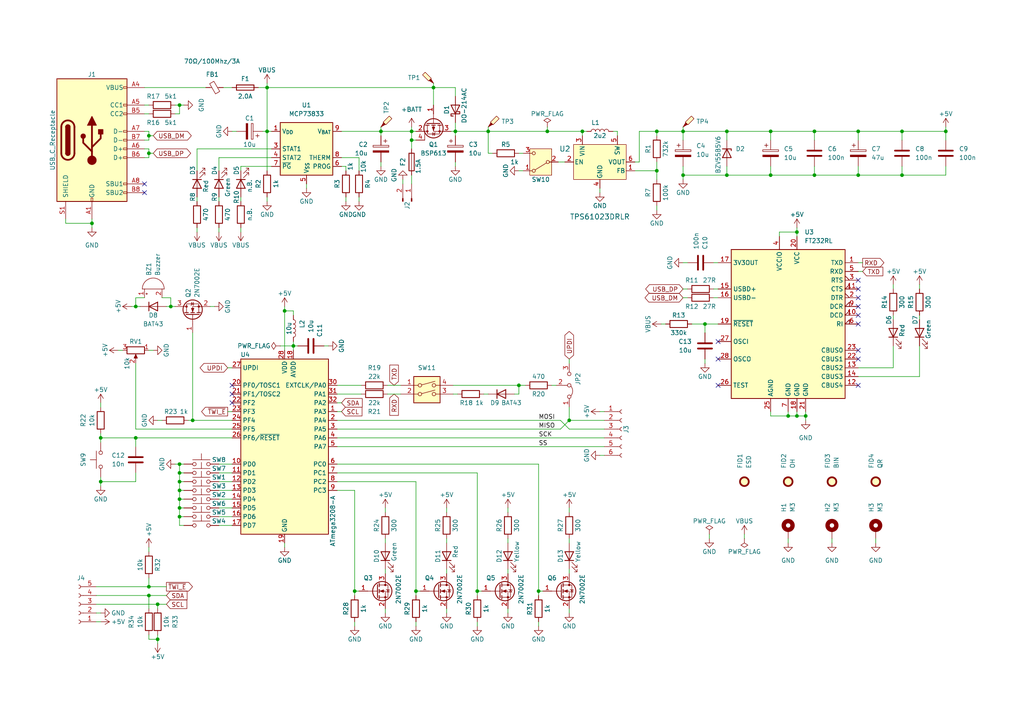
<source format=kicad_sch>
(kicad_sch (version 20230121) (generator eeschema)
  (paper "A4")
  (title_block (title "${acronym} - ${title}") (date "${date}") (rev "${revision}") (company "${company}") (comment 1 "${creator}") (comment 2 "${license}"))
  (junction (at 43.18 44.45))
  (junction (at 39.37 88.9))
  (junction (at 223.52 50.8))
  (junction (at 49.53 88.9))
  (junction (at 29.21 139.7))
  (junction (at 43.18 172.72))
  (junction (at 85.09 100.33))
  (junction (at 190.5 49.53))
  (junction (at 156.21 171.45))
  (junction (at 55.88 121.92))
  (junction (at 52.07 137.16))
  (junction (at 82.55 90.17))
  (junction (at 228.6 120.65))
  (junction (at 29.21 127))
  (junction (at 168.91 38.1))
  (junction (at 52.07 147.32))
  (junction (at 261.62 50.8))
  (junction (at 120.65 171.45))
  (junction (at 190.5 38.1))
  (junction (at 138.43 171.45))
  (junction (at 223.52 38.1))
  (junction (at 198.12 50.8))
  (junction (at 125.73 25.4))
  (junction (at 119.38 40.64))
  (junction (at 158.75 38.1))
  (junction (at 198.12 38.1))
  (junction (at 210.82 38.1))
  (junction (at 110.49 38.1))
  (junction (at 204.47 93.98))
  (junction (at 231.14 67.31))
  (junction (at 45.72 175.26))
  (junction (at 52.07 30.48))
  (junction (at 77.47 25.4))
  (junction (at 45.72 185.42))
  (junction (at 119.38 38.1))
  (junction (at 77.47 38.1))
  (junction (at 52.07 144.78))
  (junction (at 210.82 50.8))
  (junction (at 248.92 38.1))
  (junction (at 43.18 39.37))
  (junction (at 52.07 149.86))
  (junction (at 274.32 38.1))
  (junction (at 165.1 121.92))
  (junction (at 43.18 170.18))
  (junction (at 248.92 50.8))
  (junction (at 102.87 171.45))
  (junction (at 150.495 111.76))
  (junction (at 52.07 142.24))
  (junction (at 233.68 120.65))
  (junction (at 236.22 38.1))
  (junction (at 141.605 38.1))
  (junction (at 39.37 127))
  (junction (at 52.07 134.62))
  (junction (at 52.07 139.7))
  (junction (at 261.62 38.1))
  (junction (at 236.22 50.8))
  (junction (at 132.08 38.1))
  (junction (at 26.67 64.77))
  (junction (at 231.14 120.65))
  (no_connect (at 248.92 88.9))
  (no_connect (at 248.92 91.44))
  (no_connect (at 67.31 114.3))
  (no_connect (at 248.92 83.82))
  (no_connect (at 67.31 111.76))
  (no_connect (at 248.92 93.98))
  (no_connect (at 41.91 55.88))
  (no_connect (at 41.91 53.34))
  (no_connect (at 248.92 86.36))
  (no_connect (at 248.92 101.6))
  (no_connect (at 248.92 111.76))
  (no_connect (at 208.28 104.14))
  (no_connect (at 248.92 81.28))
  (no_connect (at 208.28 99.06))
  (no_connect (at 248.92 104.14))
  (no_connect (at 67.31 116.84))
  (no_connect (at 208.28 111.76))
  (wire (pts (xy 184.15 49.53) (xy 190.5 49.53)))
  (wire (pts (xy 233.68 120.65) (xy 233.68 121.92)))
  (wire (pts (xy 210.82 38.1) (xy 223.52 38.1)))
  (wire (pts (xy 111.76 165.1) (xy 111.76 166.37)))
  (wire (pts (xy 55.88 96.52) (xy 55.88 121.92)))
  (wire (pts (xy 248.92 40.64) (xy 248.92 38.1)))
  (wire (pts (xy 120.65 139.7) (xy 120.65 171.45)))
  (wire (pts (xy 119.38 38.1) (xy 119.38 40.64)))
  (wire (pts (xy 57.15 67.31) (xy 57.15 66.04)))
  (wire (pts (xy 162.56 121.92) (xy 165.1 124.46)))
  (wire (pts (xy 119.38 50.8) (xy 119.38 53.34)))
  (wire (pts (xy 204.47 93.98) (xy 204.47 96.52)))
  (wire (pts (xy 156.21 171.45) (xy 157.48 171.45)))
  (wire (pts (xy 210.82 38.1) (xy 210.82 40.64)))
  (wire (pts (xy 49.53 88.9) (xy 49.53 86.36)))
  (wire (pts (xy 63.5 147.32) (xy 67.31 147.32)))
  (wire (pts (xy 43.18 101.6) (xy 44.45 101.6)))
  (wire (pts (xy 160.02 111.76) (xy 161.29 111.76)))
  (wire (pts (xy 102.87 180.34) (xy 102.87 181.61)))
  (wire (pts (xy 185.42 38.1) (xy 190.5 38.1)))
  (wire (pts (xy 69.85 48.26) (xy 78.74 48.26)))
  (wire (pts (xy 259.08 106.68) (xy 248.92 106.68)))
  (wire (pts (xy 66.04 106.68) (xy 67.31 106.68)))
  (wire (pts (xy 100.33 57.15) (xy 100.33 58.42)))
  (wire (pts (xy 48.26 88.9) (xy 49.53 88.9)))
  (wire (pts (xy 190.5 38.1) (xy 190.5 39.37)))
  (wire (pts (xy 226.06 67.31) (xy 226.06 68.58)))
  (wire (pts (xy 29.21 139.7) (xy 29.21 138.43)))
  (wire (pts (xy 97.79 134.62) (xy 156.21 134.62)))
  (wire (pts (xy 207.01 83.82) (xy 208.28 83.82)))
  (wire (pts (xy 129.54 176.53) (xy 129.54 177.8)))
  (wire (pts (xy 110.49 38.1) (xy 119.38 38.1)))
  (wire (pts (xy 85.09 90.17) (xy 85.09 91.44)))
  (wire (pts (xy 43.18 170.18) (xy 43.18 167.64)))
  (wire (pts (xy 223.52 48.26) (xy 223.52 50.8)))
  (wire (pts (xy 141.605 44.45) (xy 142.875 44.45)))
  (wire (pts (xy 39.37 105.41) (xy 39.37 124.46)))
  (wire (pts (xy 41.91 25.4) (xy 59.69 25.4)))
  (wire (pts (xy 99.06 45.72) (xy 104.14 45.72)))
  (wire (pts (xy 120.65 180.34) (xy 120.65 181.61)))
  (wire (pts (xy 116.84 53.34) (xy 116.84 52.07)))
  (wire (pts (xy 85.09 90.17) (xy 82.55 90.17)))
  (wire (pts (xy 173.99 119.38) (xy 175.26 119.38)))
  (wire (pts (xy 81.28 100.33) (xy 85.09 100.33)))
  (wire (pts (xy 104.775 111.76) (xy 97.79 111.76)))
  (wire (pts (xy 53.34 144.78) (xy 52.07 144.78)))
  (wire (pts (xy 261.62 48.26) (xy 261.62 50.8)))
  (wire (pts (xy 43.18 170.18) (xy 27.94 170.18)))
  (wire (pts (xy 119.38 38.1) (xy 120.65 38.1)))
  (wire (pts (xy 223.52 119.38) (xy 223.52 120.65)))
  (wire (pts (xy 261.62 50.8) (xy 274.32 50.8)))
  (wire (pts (xy 162.56 124.46) (xy 165.1 121.92)))
  (wire (pts (xy 97.79 137.16) (xy 138.43 137.16)))
  (wire (pts (xy 43.18 176.53) (xy 43.18 172.72)))
  (wire (pts (xy 43.18 39.37) (xy 43.18 40.64)))
  (wire (pts (xy 49.53 88.9) (xy 50.8 88.9)))
  (wire (pts (xy 45.72 175.26) (xy 27.94 175.26)))
  (wire (pts (xy 208.28 76.2) (xy 207.01 76.2)))
  (wire (pts (xy 63.5 137.16) (xy 67.31 137.16)))
  (wire (pts (xy 53.34 139.7) (xy 52.07 139.7)))
  (wire (pts (xy 43.18 43.18) (xy 41.91 43.18)))
  (wire (pts (xy 77.47 38.1) (xy 78.74 38.1)))
  (wire (pts (xy 39.37 137.16) (xy 39.37 139.7)))
  (wire (pts (xy 119.38 40.64) (xy 119.38 43.18)))
  (wire (pts (xy 97.79 139.7) (xy 120.65 139.7)))
  (wire (pts (xy 82.55 157.48) (xy 82.55 158.75)))
  (wire (pts (xy 228.6 119.38) (xy 228.6 120.65)))
  (wire (pts (xy 198.12 48.26) (xy 198.12 50.8)))
  (wire (pts (xy 112.395 111.76) (xy 116.205 111.76)))
  (wire (pts (xy 250.19 76.2) (xy 248.92 76.2)))
  (wire (pts (xy 168.91 38.1) (xy 168.91 39.37)))
  (wire (pts (xy 233.68 120.65) (xy 231.14 120.65)))
  (wire (pts (xy 190.5 59.69) (xy 190.5 60.96)))
  (wire (pts (xy 29.21 127) (xy 39.37 127)))
  (wire (pts (xy 100.33 48.26) (xy 100.33 49.53)))
  (wire (pts (xy 97.79 142.24) (xy 102.87 142.24)))
  (wire (pts (xy 177.8 38.1) (xy 179.07 38.1)))
  (wire (pts (xy 102.87 142.24) (xy 102.87 171.45)))
  (wire (pts (xy 132.08 25.4) (xy 132.08 27.94)))
  (wire (pts (xy 210.82 50.8) (xy 223.52 50.8)))
  (wire (pts (xy 45.72 186.69) (xy 45.72 185.42)))
  (wire (pts (xy 95.25 100.33) (xy 93.98 100.33)))
  (wire (pts (xy 97.79 121.92) (xy 162.56 121.92)))
  (wire (pts (xy 69.85 67.31) (xy 69.85 66.04)))
  (wire (pts (xy 132.08 38.1) (xy 132.08 35.56)))
  (wire (pts (xy 39.37 86.36) (xy 41.91 86.36)))
  (wire (pts (xy 39.37 88.9) (xy 39.37 86.36)))
  (wire (pts (xy 52.07 139.7) (xy 52.07 142.24)))
  (wire (pts (xy 130.81 38.1) (xy 132.08 38.1)))
  (wire (pts (xy 228.6 156.21) (xy 228.6 157.48)))
  (wire (pts (xy 52.07 149.86) (xy 52.07 152.4)))
  (wire (pts (xy 29.21 125.73) (xy 29.21 127)))
  (wire (pts (xy 102.87 171.45) (xy 102.87 172.72)))
  (wire (pts (xy 111.76 156.21) (xy 111.76 157.48)))
  (wire (pts (xy 53.34 149.86) (xy 52.07 149.86)))
  (wire (pts (xy 231.14 67.31) (xy 226.06 67.31)))
  (wire (pts (xy 185.42 38.1) (xy 185.42 46.99)))
  (wire (pts (xy 274.32 36.83) (xy 274.32 38.1)))
  (wire (pts (xy 67.31 124.46) (xy 39.37 124.46)))
  (wire (pts (xy 198.12 86.36) (xy 199.39 86.36)))
  (wire (pts (xy 190.5 49.53) (xy 190.5 52.07)))
  (wire (pts (xy 165.1 147.32) (xy 165.1 148.59)))
  (wire (pts (xy 204.47 104.14) (xy 204.47 105.41)))
  (wire (pts (xy 150.495 111.76) (xy 152.4 111.76)))
  (wire (pts (xy 233.68 119.38) (xy 233.68 120.65)))
  (wire (pts (xy 198.12 36.83) (xy 198.12 38.1)))
  (wire (pts (xy 119.38 36.83) (xy 119.38 38.1)))
  (wire (pts (xy 39.37 127) (xy 39.37 129.54)))
  (wire (pts (xy 236.22 50.8) (xy 248.92 50.8)))
  (wire (pts (xy 165.1 165.1) (xy 165.1 166.37)))
  (wire (pts (xy 231.14 119.38) (xy 231.14 120.65)))
  (wire (pts (xy 69.85 58.42) (xy 69.85 57.15)))
  (wire (pts (xy 266.7 100.33) (xy 266.7 109.22)))
  (wire (pts (xy 26.67 64.77) (xy 26.67 66.04)))
  (wire (pts (xy 190.5 46.99) (xy 190.5 49.53)))
  (wire (pts (xy 99.06 38.1) (xy 110.49 38.1)))
  (wire (pts (xy 85.09 99.06) (xy 85.09 100.33)))
  (wire (pts (xy 43.18 39.37) (xy 44.45 39.37)))
  (wire (pts (xy 63.5 152.4) (xy 67.31 152.4)))
  (wire (pts (xy 77.47 25.4) (xy 77.47 38.1)))
  (wire (pts (xy 48.26 172.72) (xy 43.18 172.72)))
  (wire (pts (xy 55.88 121.92) (xy 67.31 121.92)))
  (wire (pts (xy 179.07 38.1) (xy 179.07 39.37)))
  (wire (pts (xy 85.09 100.33) (xy 85.09 101.6)))
  (wire (pts (xy 165.1 121.92) (xy 175.26 121.92)))
  (wire (pts (xy 150.495 111.76) (xy 150.495 114.3)))
  (wire (pts (xy 274.32 48.26) (xy 274.32 50.8)))
  (wire (pts (xy 104.14 57.15) (xy 104.14 58.42)))
  (wire (pts (xy 43.18 38.1) (xy 43.18 39.37)))
  (wire (pts (xy 52.07 134.62) (xy 52.07 137.16)))
  (wire (pts (xy 53.34 134.62) (xy 52.07 134.62)))
  (wire (pts (xy 82.55 90.17) (xy 82.55 101.6)))
  (wire (pts (xy 210.82 48.26) (xy 210.82 50.8)))
  (wire (pts (xy 52.07 30.48) (xy 53.34 30.48)))
  (wire (pts (xy 125.73 24.13) (xy 125.73 25.4)))
  (wire (pts (xy 248.92 48.26) (xy 248.92 50.8)))
  (wire (pts (xy 111.76 176.53) (xy 111.76 177.8)))
  (wire (pts (xy 82.55 88.9) (xy 82.55 90.17)))
  (wire (pts (xy 43.18 45.72) (xy 41.91 45.72)))
  (wire (pts (xy 266.7 109.22) (xy 248.92 109.22)))
  (wire (pts (xy 97.79 116.84) (xy 99.06 116.84)))
  (wire (pts (xy 141.605 38.1) (xy 141.605 44.45)))
  (wire (pts (xy 67.31 25.4) (xy 64.77 25.4)))
  (wire (pts (xy 248.92 38.1) (xy 261.62 38.1)))
  (wire (pts (xy 34.29 101.6) (xy 35.56 101.6)))
  (wire (pts (xy 45.72 185.42) (xy 43.18 185.42)))
  (wire (pts (xy 97.79 129.54) (xy 175.26 129.54)))
  (wire (pts (xy 129.54 156.21) (xy 129.54 157.48)))
  (wire (pts (xy 223.52 38.1) (xy 223.52 40.64)))
  (wire (pts (xy 138.43 180.34) (xy 138.43 181.61)))
  (wire (pts (xy 138.43 171.45) (xy 139.7 171.45)))
  (wire (pts (xy 29.21 139.7) (xy 39.37 139.7)))
  (wire (pts (xy 86.36 100.33) (xy 85.09 100.33)))
  (wire (pts (xy 191.77 93.98) (xy 193.04 93.98)))
  (wire (pts (xy 19.05 63.5) (xy 19.05 64.77)))
  (wire (pts (xy 190.5 38.1) (xy 198.12 38.1)))
  (wire (pts (xy 215.9 154.94) (xy 215.9 156.21)))
  (wire (pts (xy 77.47 24.13) (xy 77.47 25.4)))
  (wire (pts (xy 57.15 43.18) (xy 78.74 43.18)))
  (wire (pts (xy 97.79 124.46) (xy 162.56 124.46)))
  (wire (pts (xy 150.495 44.45) (xy 151.765 44.45)))
  (wire (pts (xy 236.22 38.1) (xy 248.92 38.1)))
  (wire (pts (xy 165.1 176.53) (xy 165.1 177.8)))
  (wire (pts (xy 141.605 38.1) (xy 158.75 38.1)))
  (wire (pts (xy 110.49 38.1) (xy 110.49 39.37)))
  (wire (pts (xy 50.8 33.02) (xy 52.07 33.02)))
  (wire (pts (xy 69.85 48.26) (xy 69.85 49.53)))
  (wire (pts (xy 43.18 185.42) (xy 43.18 184.15)))
  (wire (pts (xy 147.32 165.1) (xy 147.32 166.37)))
  (wire (pts (xy 198.12 50.8) (xy 210.82 50.8)))
  (wire (pts (xy 125.73 25.4) (xy 132.08 25.4)))
  (wire (pts (xy 43.18 44.45) (xy 43.18 45.72)))
  (wire (pts (xy 129.54 147.32) (xy 129.54 148.59)))
  (wire (pts (xy 141.605 36.83) (xy 141.605 38.1)))
  (wire (pts (xy 68.58 38.1) (xy 67.31 38.1)))
  (wire (pts (xy 200.66 93.98) (xy 204.47 93.98)))
  (wire (pts (xy 266.7 82.55) (xy 266.7 83.82)))
  (wire (pts (xy 198.12 38.1) (xy 198.12 40.64)))
  (wire (pts (xy 138.43 137.16) (xy 138.43 171.45)))
  (wire (pts (xy 29.21 127) (xy 29.21 128.27)))
  (wire (pts (xy 156.21 134.62) (xy 156.21 171.45)))
  (wire (pts (xy 52.07 142.24) (xy 52.07 144.78)))
  (wire (pts (xy 266.7 91.44) (xy 266.7 92.71)))
  (wire (pts (xy 204.47 93.98) (xy 208.28 93.98)))
  (wire (pts (xy 63.5 149.86) (xy 67.31 149.86)))
  (wire (pts (xy 248.92 50.8) (xy 261.62 50.8)))
  (wire (pts (xy 223.52 50.8) (xy 236.22 50.8)))
  (wire (pts (xy 138.43 171.45) (xy 138.43 172.72)))
  (wire (pts (xy 250.19 78.74) (xy 248.92 78.74)))
  (wire (pts (xy 57.15 58.42) (xy 57.15 57.15)))
  (wire (pts (xy 231.14 120.65) (xy 228.6 120.65)))
  (wire (pts (xy 52.07 33.02) (xy 52.07 30.48)))
  (wire (pts (xy 29.21 180.34) (xy 27.94 180.34)))
  (wire (pts (xy 41.91 30.48) (xy 43.18 30.48)))
  (wire (pts (xy 26.67 63.5) (xy 26.67 64.77)))
  (wire (pts (xy 43.18 172.72) (xy 27.94 172.72)))
  (wire (pts (xy 46.99 121.92) (xy 45.72 121.92)))
  (wire (pts (xy 63.5 144.78) (xy 67.31 144.78)))
  (wire (pts (xy 165.1 118.11) (xy 165.1 121.92)))
  (wire (pts (xy 129.54 165.1) (xy 129.54 166.37)))
  (wire (pts (xy 231.14 66.04) (xy 231.14 67.31)))
  (wire (pts (xy 63.5 142.24) (xy 67.31 142.24)))
  (wire (pts (xy 165.1 124.46) (xy 175.26 124.46)))
  (wire (pts (xy 39.37 88.9) (xy 40.64 88.9)))
  (wire (pts (xy 223.52 38.1) (xy 236.22 38.1)))
  (wire (pts (xy 88.9 53.34) (xy 88.9 54.61)))
  (wire (pts (xy 156.21 171.45) (xy 156.21 172.72)))
  (wire (pts (xy 241.3 156.21) (xy 241.3 157.48)))
  (wire (pts (xy 63.5 58.42) (xy 63.5 57.15)))
  (wire (pts (xy 52.07 134.62) (xy 50.8 134.62)))
  (wire (pts (xy 77.47 25.4) (xy 125.73 25.4)))
  (wire (pts (xy 165.1 104.14) (xy 165.1 105.41)))
  (wire (pts (xy 63.5 45.72) (xy 78.74 45.72)))
  (wire (pts (xy 74.93 25.4) (xy 77.47 25.4)))
  (wire (pts (xy 39.37 127) (xy 67.31 127)))
  (wire (pts (xy 97.79 127) (xy 175.26 127)))
  (wire (pts (xy 156.21 180.34) (xy 156.21 181.61)))
  (wire (pts (xy 231.14 67.31) (xy 231.14 68.58)))
  (wire (pts (xy 19.05 64.77) (xy 26.67 64.77)))
  (wire (pts (xy 132.08 46.99) (xy 132.08 48.26)))
  (wire (pts (xy 104.775 114.3) (xy 97.79 114.3)))
  (wire (pts (xy 41.91 33.02) (xy 43.18 33.02)))
  (wire (pts (xy 184.15 46.99) (xy 185.42 46.99)))
  (wire (pts (xy 147.32 147.32) (xy 147.32 148.59)))
  (wire (pts (xy 77.47 38.1) (xy 77.47 49.53)))
  (wire (pts (xy 43.18 44.45) (xy 44.45 44.45)))
  (wire (pts (xy 165.1 156.21) (xy 165.1 157.48)))
  (wire (pts (xy 173.99 54.61) (xy 173.99 55.88)))
  (wire (pts (xy 198.12 50.8) (xy 198.12 52.07)))
  (wire (pts (xy 104.14 45.72) (xy 104.14 49.53)))
  (wire (pts (xy 77.47 57.15) (xy 77.47 58.42)))
  (wire (pts (xy 102.87 171.45) (xy 104.14 171.45)))
  (wire (pts (xy 147.32 156.21) (xy 147.32 157.48)))
  (wire (pts (xy 52.07 137.16) (xy 52.07 139.7)))
  (wire (pts (xy 149.225 114.3) (xy 150.495 114.3)))
  (wire (pts (xy 223.52 120.65) (xy 228.6 120.65)))
  (wire (pts (xy 46.99 86.36) (xy 49.53 86.36)))
  (wire (pts (xy 198.12 38.1) (xy 210.82 38.1)))
  (wire (pts (xy 198.12 83.82) (xy 199.39 83.82)))
  (wire (pts (xy 29.21 177.8) (xy 27.94 177.8)))
  (wire (pts (xy 261.62 40.64) (xy 261.62 38.1)))
  (wire (pts (xy 43.18 40.64) (xy 41.91 40.64)))
  (wire (pts (xy 99.06 48.26) (xy 100.33 48.26)))
  (wire (pts (xy 207.01 86.36) (xy 208.28 86.36)))
  (wire (pts (xy 158.75 38.1) (xy 168.91 38.1)))
  (wire (pts (xy 125.73 25.4) (xy 125.73 30.48)))
  (wire (pts (xy 120.65 171.45) (xy 120.65 172.72)))
  (wire (pts (xy 173.99 132.08) (xy 175.26 132.08)))
  (wire (pts (xy 29.21 116.84) (xy 29.21 118.11)))
  (wire (pts (xy 63.5 134.62) (xy 67.31 134.62)))
  (wire (pts (xy 53.34 147.32) (xy 52.07 147.32)))
  (wire (pts (xy 140.335 114.3) (xy 141.605 114.3)))
  (wire (pts (xy 29.21 139.7) (xy 29.21 140.97)))
  (wire (pts (xy 66.04 119.38) (xy 67.31 119.38)))
  (wire (pts (xy 132.08 38.1) (xy 141.605 38.1)))
  (wire (pts (xy 168.91 38.1) (xy 170.18 38.1)))
  (wire (pts (xy 111.76 147.32) (xy 111.76 148.59)))
  (wire (pts (xy 131.445 114.3) (xy 132.715 114.3)))
  (wire (pts (xy 45.72 176.53) (xy 45.72 175.26)))
  (wire (pts (xy 199.39 76.2) (xy 198.12 76.2)))
  (wire (pts (xy 38.1 88.9) (xy 39.37 88.9)))
  (wire (pts (xy 147.32 176.53) (xy 147.32 177.8)))
  (wire (pts (xy 53.34 142.24) (xy 52.07 142.24)))
  (wire (pts (xy 53.34 137.16) (xy 52.07 137.16)))
  (wire (pts (xy 274.32 38.1) (xy 261.62 38.1)))
  (wire (pts (xy 63.5 45.72) (xy 63.5 49.53)))
  (wire (pts (xy 259.08 91.44) (xy 259.08 92.71)))
  (wire (pts (xy 132.08 38.1) (xy 132.08 39.37)))
  (wire (pts (xy 236.22 38.1) (xy 236.22 40.64)))
  (wire (pts (xy 112.395 114.3) (xy 116.205 114.3)))
  (wire (pts (xy 53.34 152.4) (xy 52.07 152.4)))
  (wire (pts (xy 205.74 156.21) (xy 205.74 154.94)))
  (wire (pts (xy 52.07 147.32) (xy 52.07 149.86)))
  (wire (pts (xy 110.49 48.26) (xy 110.49 46.99)))
  (wire (pts (xy 150.495 49.53) (xy 151.765 49.53)))
  (wire (pts (xy 259.08 82.55) (xy 259.08 83.82)))
  (wire (pts (xy 63.5 139.7) (xy 67.31 139.7)))
  (wire (pts (xy 274.32 38.1) (xy 274.32 40.64)))
  (wire (pts (xy 43.18 44.45) (xy 43.18 43.18)))
  (wire (pts (xy 57.15 43.18) (xy 57.15 49.53)))
  (wire (pts (xy 45.72 185.42) (xy 45.72 184.15)))
  (wire (pts (xy 76.2 38.1) (xy 77.47 38.1)))
  (wire (pts (xy 52.07 144.78) (xy 52.07 147.32)))
  (wire (pts (xy 119.38 40.64) (xy 120.65 40.64)))
  (wire (pts (xy 43.18 170.18) (xy 48.26 170.18)))
  (wire (pts (xy 54.61 121.92) (xy 55.88 121.92)))
  (wire (pts (xy 43.18 38.1) (xy 41.91 38.1)))
  (wire (pts (xy 110.49 36.83) (xy 110.49 38.1)))
  (wire (pts (xy 97.79 119.38) (xy 99.06 119.38)))
  (wire (pts (xy 236.22 48.26) (xy 236.22 50.8)))
  (wire (pts (xy 131.445 111.76) (xy 150.495 111.76)))
  (wire (pts (xy 63.5 67.31) (xy 63.5 66.04)))
  (wire (pts (xy 259.08 100.33) (xy 259.08 106.68)))
  (wire (pts (xy 120.65 171.45) (xy 121.92 171.45)))
  (wire (pts (xy 50.8 30.48) (xy 52.07 30.48)))
  (wire (pts (xy 43.18 160.02) (xy 43.18 158.75)))
  (wire (pts (xy 161.925 46.99) (xy 163.83 46.99)))
  (wire (pts (xy 48.26 175.26) (xy 45.72 175.26)))
  (wire (pts (xy 158.75 36.83) (xy 158.75 38.1)))
  (wire (pts (xy 60.96 88.9) (xy 62.23 88.9)))
  (wire (pts (xy 254 156.21) (xy 254 157.48)))
  (label "MISO" (at 156.21 124.46 0))
  (label "SS" (at 156.21 129.54 0))
  (label "SCK" (at 156.21 127 0))
  (label "MOSI" (at 156.21 121.92 0))
  (global_label "RXD" (shape output) (at 250.19 76.2 0) (property "Intersheetrefs" "${INTERSHEET_REFS}" (effects hide)))
  (global_label "RXD" (shape input) (at 114.3 114.3 270) (property "Intersheetrefs" "${INTERSHEET_REFS}" (effects hide)))
  (global_label "~{TWI_E}" (shape output) (at 66.04 119.38 180) (property "Intersheetrefs" "${INTERSHEET_REFS}" (effects hide)))
  (global_label "SCL" (shape input) (at 48.26 175.26 0) (property "Intersheetrefs" "${INTERSHEET_REFS}" (effects hide)))
  (global_label "SCL" (shape input) (at 99.06 119.38 0) (property "Intersheetrefs" "${INTERSHEET_REFS}" (effects hide)))
  (global_label "UPDI" (shape bidirectional) (at 165.1 104.14 90) (property "Intersheetrefs" "${INTERSHEET_REFS}" (effects hide)))
  (global_label "TXD" (shape input) (at 250.19 78.74 0) (property "Intersheetrefs" "${INTERSHEET_REFS}" (effects hide)))
  (global_label "USB_DM" (shape bidirectional) (at 44.45 39.37 0) (property "Intersheetrefs" "${INTERSHEET_REFS}" (effects hide)))
  (global_label "USB_DP" (shape bidirectional) (at 44.45 44.45 0) (property "Intersheetrefs" "${INTERSHEET_REFS}" (effects hide)))
  (global_label "~{TWI_E}" (shape output) (at 48.26 170.18 0) (property "Intersheetrefs" "${INTERSHEET_REFS}" (effects hide)))
  (global_label "USB_DP" (shape bidirectional) (at 198.12 83.82 180) (property "Intersheetrefs" "${INTERSHEET_REFS}" (effects hide)))
  (global_label "USB_DM" (shape bidirectional) (at 198.12 86.36 180) (property "Intersheetrefs" "${INTERSHEET_REFS}" (effects hide)))
  (global_label "TXD" (shape input) (at 114.3 111.76 90) (property "Intersheetrefs" "${INTERSHEET_REFS}" (effects hide)))
  (global_label "SDA" (shape input) (at 48.26 172.72 0) (property "Intersheetrefs" "${INTERSHEET_REFS}" (effects hide)))
  (global_label "SDA" (shape input) (at 99.06 116.84 0) (property "Intersheetrefs" "${INTERSHEET_REFS}" (effects hide)))
  (global_label "UPDI" (shape bidirectional) (at 66.04 106.68 180) (property "Intersheetrefs" "${INTERSHEET_REFS}" (effects hide)))
  (symbol (lib_id "Device:R") (at 146.685 44.45 90) (mirror x) (unit 1)
    (property "Reference" "R5" (at 146.685 41.91 90))
    (property "Value" "1k" (at 149.225 46.99 90))
    (property "Footprint" "Resistor_SMD:R_1206_3216Metric" (effects hide))
    (property "Vendor" "HTL" (effects hide))
    (property "VendorId" "102951" (effects hide))
  )
  (symbol (lib_id "Connector:Conn_01x02_Pin") (at 119.38 58.42 270) (mirror x) (unit 1)
    (property "Reference" "J2" (at 118.11 58.42 0) (effects (justify right)))
    (property "Value" "Conn_01x02_Pin" (effects hide))
    (property "Footprint" "Connector_JST:JST_PH_S2B-PH-K_1x02_P2.00mm_Horizontal" (effects hide))
    (property "Vendor" "DigiKey" (effects hide))
    (property "VendorId" "455-1719-ND" (effects hide))
  )
  (symbol (lib_id "Device:LED") (at 129.54 161.29 90) (unit 1)
    (property "Reference" "D11" (at 127 161.29 0))
    (property "Value" "Red" (at 132.08 160.02 0))
    (property "Footprint" "LED_SMD:LED_1206_3216Metric" (effects hide))
    (property "Vendor" "HTL" (effects hide))
    (property "VendorId" "100458" (effects hide))
  )
  (symbol (lib_id "Mechanical:Fiducial") (at 254 139.7 0) (unit 1)
    (property "Reference" "FID4" (at 252.73 135.89 90) (effects (justify left)))
    (property "Value" "QR" (at 255.27 135.89 90) (effects (justify left)))
    (property "Footprint" "Images:QR_0x007e" (effects hide))
  )
  (symbol (lib_id "power:+5V") (at 29.21 116.84 0) (unit 1)
    (property "Reference" "#PWR038" (effects hide))
    (property "Value" "+5V" (at 29.21 113.03 0))
  )
  (symbol (lib_id "power:VBUS") (at 63.5 67.31 0) (mirror x) (unit 1)
    (property "Reference" "#PWR019" (effects hide))
    (property "Value" "VBUS" (at 63.5 71.12 0))
  )
  (symbol (lib_id "Device:R") (at 147.32 152.4 0) (unit 1)
    (property "Reference" "R26" (at 144.78 152.4 90))
    (property "Value" "300" (at 149.86 152.4 90))
    (property "Footprint" "Resistor_SMD:R_1206_3216Metric" (effects hide))
    (property "Vendor" "HTL" (effects hide))
    (property "VendorId" "102939" (effects hide))
  )
  (symbol (lib_id "Device:LED") (at 63.5 53.34 90) (mirror x) (unit 1)
    (property "Reference" "D4" (at 62.23 50.8 0) (effects (justify right)))
    (property "Value" "Green" (at 66.04 57.15 0) (effects (justify right)))
    (property "Footprint" "LED_SMD:LED_1206_3216Metric" (effects hide))
    (property "Vendor" "HTL" (effects hide))
    (property "VendorId" "100459" (effects hide))
  )
  (symbol (lib_id "power:GND") (at 67.31 38.1 270) (mirror x) (unit 1)
    (property "Reference" "#PWR04" (effects hide))
    (property "Value" "GND" (at 63.5 38.1 0))
  )
  (symbol (lib_id "Transistor_FET:2N7002E") (at 127 171.45 0) (unit 1)
    (property "Reference" "Q4" (at 123.19 167.64 0) (effects (justify left)))
    (property "Value" "2N7002E" (at 133.35 175.26 90) (effects (justify left)))
    (property "Footprint" "Package_TO_SOT_SMD:SOT-23" (effects hide))
    (property "Datasheet" "http://www.diodes.com/assets/Datasheets/ds30376.pdf" (effects hide))
    (property "Vendor" "HTL" (effects hide))
    (property "VendorId" "103443" (effects hide))
  )
  (symbol (lib_id "Connector:USB_C_Receptacle_USB2.0_16P") (at 26.67 40.64 0) (unit 1)
    (property "Reference" "J1" (at 26.67 21.59 0))
    (property "Value" "USB_C_Receptacle" (at 15.24 40.64 90))
    (property "Footprint" "Connector_USB:USB_C_Receptacle_GCT_USB4110" (effects hide))
    (property "Datasheet" "https://www.usb.org/sites/default/files/documents/usb_type-c.zip" (effects hide))
    (property "Vendor" "DigiKey" (effects hide))
    (property "VendorId" "2073-USB4110-GF-A-1-ND" (effects hide))
  )
  (symbol (lib_id "Device:C_Polarized") (at 248.92 44.45 0) (unit 1)
    (property "Reference" "C7" (at 252.73 43.18 0) (effects (justify left)))
    (property "Value" "47u" (at 252.73 45.72 0) (effects (justify left)))
    (property "Footprint" "Capacitor_Tantalum_SMD:CP_EIA-6032-28_Kemet-C" (effects hide))
    (property "Vendor" "HTL" (effects hide))
    (property "VendorId" "102856" (effects hide))
  )
  (symbol (lib_id "Switch:SW_Push") (at 58.42 134.62 0) (mirror y) (unit 1)
    (property "Reference" "SW8" (at 63.5 133.35 0))
    (property "Value" "SW_Push" (effects hide))
    (property "Footprint" "Button_Switch_SMD:SW_SPST_PTS645" (effects hide))
    (property "Vendor" "HTL" (effects hide))
    (property "VendorId" "101612" (effects hide))
  )
  (symbol (lib_id "Interface_USB:FT232RL") (at 228.6 93.98 0) (unit 1)
    (property "Reference" "U3" (at 233.3341 67.31 0) (effects (justify left)))
    (property "Value" "FT232RL" (at 233.3341 69.85 0) (effects (justify left)))
    (property "Footprint" "Package_SO:SSOP-28_5.3x10.2mm_P0.65mm" (effects hide))
    (property "Datasheet" "https://www.ftdichip.com/Support/Documents/DataSheets/ICs/DS_FT232R.pdf" (effects hide))
    (property "Vendor" "HTL" (effects hide))
    (property "VendorId" "103271" (effects hide))
  )
  (symbol (lib_id "power:GND") (at 241.3 157.48 0) (unit 1)
    (property "Reference" "#PWR030" (effects hide))
    (property "Value" "GND" (at 241.3 162.56 0))
  )
  (symbol (lib_id "Switch:SW_SPDT") (at 156.845 46.99 180) (unit 1)
    (property "Reference" "SW10" (at 156.845 52.07 0))
    (property "Value" "SW_SPDT" (effects hide))
    (property "Footprint" "Button_Switch_SMD:SW_SPDT_CK-JS102011SAQN" (effects hide))
    (property "Vendor" "DigiKey" (effects hide))
    (property "VendorId" "401-1999-1-ND" (effects hide))
  )
  (symbol (lib_id "Switch:SW_Push") (at 58.42 139.7 0) (mirror y) (unit 1)
    (property "Reference" "SW1" (at 63.5 138.43 0))
    (property "Value" "SW_Push" (effects hide))
    (property "Footprint" "Button_Switch_SMD:SW_SPST_PTS645" (effects hide))
    (property "Vendor" "HTL" (effects hide))
    (property "VendorId" "101612" (effects hide))
  )
  (symbol (lib_id "Device:R") (at 77.47 53.34 0) (mirror x) (unit 1)
    (property "Reference" "R2" (at 74.93 53.34 90))
    (property "Value" "1k" (at 80.01 53.34 90))
    (property "Footprint" "Resistor_SMD:R_1206_3216Metric" (effects hide))
    (property "Vendor" "HTL" (effects hide))
    (property "VendorId" "102951" (effects hide))
  )
  (symbol (lib_id "power:PWR_FLAG") (at 215.9 156.21 180) (unit 1)
    (property "Reference" "#FLG02" (effects hide))
    (property "Value" "PWR_FLAG" (at 215.9 160.02 0))
  )
  (symbol (lib_id "power:+5V") (at 147.32 147.32 0) (unit 1)
    (property "Reference" "#PWR046" (effects hide))
    (property "Value" "+5V" (at 147.32 143.51 0))
  )
  (symbol (lib_id "power:GND") (at 132.08 48.26 0) (unit 1)
    (property "Reference" "#PWR08" (effects hide))
    (property "Value" "GND" (at 132.08 52.07 0))
  )
  (symbol (lib_id "Device:C") (at 261.62 44.45 0) (mirror y) (unit 1)
    (property "Reference" "C8" (at 265.43 43.18 0) (effects (justify right)))
    (property "Value" "100n" (at 265.43 45.72 0) (effects (justify right)))
    (property "Footprint" "Capacitor_SMD:C_1206_3216Metric" (effects hide))
    (property "Vendor" "HTL" (effects hide))
    (property "VendorId" "100128" (effects hide))
  )
  (symbol (lib_id "power:VBUS") (at 57.15 67.31 0) (mirror x) (unit 1)
    (property "Reference" "#PWR018" (effects hide))
    (property "Value" "VBUS" (at 57.15 71.12 0))
  )
  (symbol (lib_id "Device:LED") (at 111.76 161.29 90) (unit 1)
    (property "Reference" "D10" (at 109.22 161.29 0))
    (property "Value" "Green" (at 114.3 160.02 0))
    (property "Footprint" "LED_SMD:LED_1206_3216Metric" (effects hide))
    (property "Vendor" "HTL" (effects hide))
    (property "VendorId" "100459" (effects hide))
  )
  (symbol (lib_id "power:GND") (at 29.21 177.8 90) (mirror x) (unit 1)
    (property "Reference" "#PWR058" (effects hide))
    (property "Value" "GND" (at 34.29 177.8 90))
  )
  (symbol (lib_id "Switch:SW_Push") (at 58.42 144.78 0) (unit 1)
    (property "Reference" "SW2" (at 63.5 143.51 0))
    (property "Value" "SW_Push" (effects hide))
    (property "Footprint" "Button_Switch_SMD:SW_SPST_PTS645" (effects hide))
    (property "Vendor" "HTL" (effects hide))
    (property "VendorId" "101612" (effects hide))
  )
  (symbol (lib_id "power:VBUS") (at 77.47 24.13 0) (mirror y) (unit 1)
    (property "Reference" "#PWR01" (effects hide))
    (property "Value" "VBUS" (at 77.47 20.32 0))
  )
  (symbol (lib_id "power:GND") (at 102.87 181.61 0) (unit 1)
    (property "Reference" "#PWR053" (effects hide))
    (property "Value" "GND" (at 102.87 185.42 0))
  )
  (symbol (lib_id "power:+5V") (at 111.76 147.32 0) (unit 1)
    (property "Reference" "#PWR044" (effects hide))
    (property "Value" "+5V" (at 111.76 143.51 0))
  )
  (symbol (lib_id "Device:R") (at 196.85 93.98 270) (mirror x) (unit 1)
    (property "Reference" "R13" (at 196.85 91.44 90))
    (property "Value" "330k" (at 196.85 96.52 90))
    (property "Footprint" "Resistor_SMD:R_1206_3216Metric" (effects hide))
    (property "Vendor" "HTL" (effects hide))
    (property "VendorId" "102993" (effects hide))
  )
  (symbol (lib_id "power:+5V") (at 129.54 147.32 0) (unit 1)
    (property "Reference" "#PWR045" (effects hide))
    (property "Value" "+5V" (at 129.54 143.51 0))
  )
  (symbol (lib_id "Device:LED") (at 147.32 161.29 90) (unit 1)
    (property "Reference" "D12" (at 144.78 161.29 0))
    (property "Value" "Yellow" (at 149.86 160.02 0))
    (property "Footprint" "LED_SMD:LED_1206_3216Metric" (effects hide))
    (property "Vendor" "HTL" (effects hide))
    (property "VendorId" "100457" (effects hide))
  )
  (symbol (lib_id "power:GND") (at 44.45 101.6 90) (mirror x) (unit 1)
    (property "Reference" "#PWR037" (effects hide))
    (property "Value" "GND" (at 48.26 101.6 0))
  )
  (symbol (lib_id "Device:LED") (at 259.08 96.52 90) (unit 1)
    (property "Reference" "D6" (at 257.81 91.44 0) (effects (justify right)))
    (property "Value" "Red" (at 261.62 93.98 0) (effects (justify right)))
    (property "Footprint" "LED_SMD:LED_1206_3216Metric" (effects hide))
    (property "Vendor" "HTL" (effects hide))
    (property "VendorId" "100458" (effects hide))
  )
  (symbol (lib_id "Switch:SW_DIP_x02") (at 123.825 114.3 0) (unit 1)
    (property "Reference" "SW11" (at 123.825 106.68 0))
    (property "Value" "SW_DIP_x02" (effects hide))
    (property "Footprint" "Button_Switch_SMD:SW_DIP_SPSTx02_Slide_6.7x6.64mm_W8.61mm_P2.54mm_LowProfile" (effects hide))
    (property "Vendor" "DigiKey" (effects hide))
    (property "VendorId" "CT2192LPST-ND" (effects hide))
  )
  (symbol (lib_id "power:+5V") (at 45.72 186.69 0) (mirror x) (unit 1)
    (property "Reference" "#PWR060" (effects hide))
    (property "Value" "+5V" (at 45.72 190.5 0))
  )
  (symbol (lib_id "power:+5V") (at 259.08 82.55 0) (unit 1)
    (property "Reference" "#PWR022" (effects hide))
    (property "Value" "+5V" (at 259.08 78.74 0))
  )
  (symbol (lib_id "Diode:BZV55B5V6") (at 210.82 44.45 270) (unit 1)
    (property "Reference" "D2" (at 213.36 43.18 90) (effects (justify left)))
    (property "Value" "BZV55B5V6" (at 208.28 39.37 0) (effects (justify left)))
    (property "Footprint" "Diode_SMD:D_MiniMELF" (effects hide))
    (property "Datasheet" "https://assets.nexperia.com/documents/data-sheet/BZV55_SER.pdf" (effects hide))
    (property "Vendor" "HTL" (effects hide))
    (property "VendorId" "100194" (effects hide))
  )
  (symbol (lib_id "power:GND") (at 88.9 54.61 0) (unit 1)
    (property "Reference" "#PWR010" (effects hide))
    (property "Value" "GND" (at 88.9 58.42 0))
  )
  (symbol (lib_id "power:GND") (at 190.5 60.96 0) (unit 1)
    (property "Reference" "#PWR015" (effects hide))
    (property "Value" "GND" (at 190.5 64.77 0))
  )
  (symbol (lib_id "Device:R") (at 129.54 152.4 0) (unit 1)
    (property "Reference" "R25" (at 127 152.4 90))
    (property "Value" "300" (at 132.08 152.4 90))
    (property "Footprint" "Resistor_SMD:R_1206_3216Metric" (effects hide))
    (property "Vendor" "HTL" (effects hide))
    (property "VendorId" "102939" (effects hide))
  )
  (symbol (lib_id "power:GND") (at 173.99 55.88 0) (unit 1)
    (property "Reference" "#PWR016" (effects hide))
    (property "Value" "GND" (at 173.99 59.69 0))
  )
  (symbol (lib_id "power:GND") (at 110.49 48.26 0) (unit 1)
    (property "Reference" "#PWR07" (effects hide))
    (property "Value" "GND" (at 110.49 52.07 0))
  )
  (symbol (lib_id "Device:R") (at 29.21 121.92 180) (unit 1)
    (property "Reference" "R22" (at 24.13 121.92 90))
    (property "Value" "10k" (at 26.67 121.92 90))
    (property "Footprint" "Resistor_SMD:R_1206_3216Metric" (effects hide))
    (property "Vendor" "HTL" (effects hide))
    (property "VendorId" "102967" (effects hide))
  )
  (symbol (lib_id "Device:C") (at 274.32 44.45 0) (mirror y) (unit 1)
    (property "Reference" "C9" (at 278.13 43.18 0) (effects (justify right)))
    (property "Value" "100n" (at 278.13 45.72 0) (effects (justify right)))
    (property "Footprint" "Capacitor_SMD:C_1206_3216Metric" (effects hide))
    (property "Vendor" "HTL" (effects hide))
    (property "VendorId" "100128" (effects hide))
  )
  (symbol (lib_id "power:+5V") (at 274.32 36.83 0) (unit 1)
    (property "Reference" "#PWR03" (effects hide))
    (property "Value" "+5V" (at 274.32 33.02 0))
  )
  (symbol (lib_id "Device:R") (at 190.5 43.18 0) (mirror x) (unit 1)
    (property "Reference" "R1" (at 187.96 43.18 90))
    (property "Value" "732k" (at 193.04 43.18 90))
    (property "Footprint" "Resistor_SMD:R_1206_3216Metric" (effects hide))
    (property "Vendor" "DigiKey" (effects hide))
    (property "VendorId" "311-732KFRCT-ND" (effects hide))
  )
  (symbol (lib_id "Switch:SW_Push") (at 29.21 133.35 90) (unit 1)
    (property "Reference" "SW9" (at 24.13 133.35 0))
    (property "Value" "SW_Push" (effects hide))
    (property "Footprint" "Button_Switch_SMD:SW_SPST_PTS645" (effects hide))
    (property "Vendor" "HTL" (effects hide))
    (property "VendorId" "101612" (effects hide))
  )
  (symbol (lib_id "power:PWR_FLAG") (at 205.74 154.94 0) (unit 1)
    (property "Reference" "#FLG04" (effects hide))
    (property "Value" "PWR_FLAG" (at 205.74 151.13 0))
  )
  (symbol (lib_id "power:PWR_FLAG") (at 158.75 36.83 0) (unit 1)
    (property "Reference" "#FLG03" (effects hide))
    (property "Value" "PWR_FLAG" (at 158.75 33.02 0))
  )
  (symbol (lib_id "Mechanical:MountingHole_Pad") (at 228.6 153.67 0) (unit 1)
    (property "Reference" "H1" (at 227.33 148.59 90) (effects (justify left)))
    (property "Value" "M3" (at 229.87 148.59 90) (effects (justify left)))
    (property "Footprint" "MountingHole:MountingHole_3.2mm_M3_DIN965_Pad" (effects hide))
    (property "Vendor" "HTL" (effects hide))
    (property "VendorId" "101017, 101382" (effects hide))
  )
  (symbol (lib_id "Device:Fuse") (at 71.12 25.4 90) (mirror x) (unit 1)
    (property "Reference" "F1" (at 71.12 22.86 90))
    (property "Value" "2.0A" (at 71.12 27.94 90))
    (property "Footprint" "Fuse:Fuse_1206_3216Metric" (effects hide))
    (property "Vendor" "DigiKey" (effects hide))
    (property "VendorId" "NANOSMDC200F-2CT-ND" (effects hide))
  )
  (symbol (lib_id "Device:R") (at 108.585 111.76 90) (unit 1)
    (property "Reference" "R19" (at 108.585 106.68 90))
    (property "Value" "22k" (at 108.585 109.22 90))
    (property "Footprint" "Resistor_SMD:R_1206_3216Metric" (effects hide))
    (property "Vendor" "HTL" (effects hide))
    (property "VendorId" "102973" (effects hide))
  )
  (symbol (lib_id "TPS:TPS61023DRLR") (at 173.99 46.99 0) (unit 1)
    (property "Reference" "U2" (at 163.83 43.18 0) (effects (font (size 1.524 1.524))))
    (property "Value" "TPS61023DRLR" (at 173.99 62.865 0) (effects (font (size 1.524 1.524))))
    (property "Footprint" "Package_TO_SOT_SMD:SOT-563" (effects hide))
    (property "Datasheet" "TPS61023DRLR" (effects hide))
    (property "Vendor" "DigiKey" (effects hide))
    (property "VendorId" "296-TPS61023DRLRCT-ND" (effects hide))
  )
  (symbol (lib_id "Device:C_Polarized") (at 223.52 44.45 0) (unit 1)
    (property "Reference" "C5" (at 227.33 43.18 0) (effects (justify left)))
    (property "Value" "10u" (at 227.33 45.72 0) (effects (justify left)))
    (property "Footprint" "Capacitor_Tantalum_SMD:CP_EIA-6032-28_Kemet-C" (effects hide))
    (property "Vendor" "HTL" (effects hide))
    (property "VendorId" "100140" (effects hide))
  )
  (symbol (lib_id "Connector:TestPoint_Probe") (at 141.605 36.83 0) (unit 1)
    (property "Reference" "TP3" (at 145.415 35.2425 0) (effects (justify left)))
    (property "Value" "TestPoint_Probe" (effects hide))
    (property "Footprint" "TestPoint:TestPoint_Pad_D1.0mm" (effects hide))
  )
  (symbol (lib_id "Switch:SW_Push") (at 58.42 137.16 0) (unit 1)
    (property "Reference" "SW7" (at 63.5 135.89 0))
    (property "Value" "SW_Push" (effects hide))
    (property "Footprint" "Button_Switch_SMD:SW_SPST_PTS645" (effects hide))
    (property "Vendor" "HTL" (effects hide))
    (property "VendorId" "101612" (effects hide))
  )
  (symbol (lib_id "Jumper:Jumper_3_Bridged12") (at 165.1 111.76 270) (mirror x) (unit 1)
    (property "Reference" "JP2" (at 167.64 111.76 0) (effects (justify left)))
    (property "Value" "Jumper_3_Bridged12" (effects hide))
    (property "Footprint" "Connector_PinHeader_2.54mm:PinHeader_1x03_P2.54mm_Horizontal" (effects hide))
    (property "Vendor" "HTL" (effects hide))
    (property "VendorId" "101523" (effects hide))
  )
  (symbol (lib_id "power:+5V") (at 38.1 88.9 90) (unit 1)
    (property "Reference" "#PWR031" (effects hide))
    (property "Value" "+5V" (at 34.29 88.9 0))
  )
  (symbol (lib_id "Device:R") (at 108.585 114.3 90) (mirror x) (unit 1)
    (property "Reference" "R21" (at 108.585 119.38 90))
    (property "Value" "22k" (at 108.585 116.84 90))
    (property "Footprint" "Resistor_SMD:R_1206_3216Metric" (effects hide))
    (property "Vendor" "HTL" (effects hide))
    (property "VendorId" "102973" (effects hide))
  )
  (symbol (lib_id "power:GND") (at 147.32 177.8 0) (unit 1)
    (property "Reference" "#PWR051" (effects hide))
    (property "Value" "GND" (at 147.32 181.61 0))
  )
  (symbol (lib_id "Connector:TestPoint_Probe") (at 110.49 36.83 270) (mirror x) (unit 1)
    (property "Reference" "TP2" (at 112.0775 33.02 0) (effects (justify left)))
    (property "Value" "TestPoint_Probe" (effects hide))
    (property "Footprint" "TestPoint:TestPoint_Pad_D1.0mm" (effects hide))
  )
  (symbol (lib_id "Device:C_Polarized") (at 198.12 44.45 0) (unit 1)
    (property "Reference" "C4" (at 201.93 42.291 0) (effects (justify left)))
    (property "Value" "10u" (at 201.93 44.831 0) (effects (justify left)))
    (property "Footprint" "Capacitor_Tantalum_SMD:CP_EIA-6032-28_Kemet-C" (effects hide))
    (property "Vendor" "HTL" (effects hide))
    (property "VendorId" "100140" (effects hide))
  )
  (symbol (lib_id "power:GND") (at 29.21 140.97 0) (unit 1)
    (property "Reference" "#PWR043" (effects hide))
    (property "Value" "GND" (at 29.21 144.78 0))
  )
  (symbol (lib_id "Mechanical:MountingHole_Pad") (at 241.3 153.67 0) (unit 1)
    (property "Reference" "H2" (at 240.03 148.59 90) (effects (justify left)))
    (property "Value" "M3" (at 242.57 148.59 90) (effects (justify left)))
    (property "Footprint" "MountingHole:MountingHole_3.2mm_M3_DIN965_Pad" (effects hide))
    (property "Vendor" "HTL" (effects hide))
    (property "VendorId" "101017, 101382" (effects hide))
  )
  (symbol (lib_id "Device:C") (at 236.22 44.45 0) (unit 1)
    (property "Reference" "C6" (at 240.03 43.18 0) (effects (justify left)))
    (property "Value" "100n" (at 240.03 45.72 0) (effects (justify left)))
    (property "Footprint" "Capacitor_SMD:C_1206_3216Metric" (effects hide))
    (property "Vendor" "HTL" (effects hide))
    (property "VendorId" "100128" (effects hide))
  )
  (symbol (lib_id "power:GND") (at 95.25 100.33 90) (unit 1)
    (property "Reference" "#PWR035" (effects hide))
    (property "Value" "GND" (at 99.06 100.33 0))
  )
  (symbol (lib_id "Device:C_Polarized") (at 110.49 43.18 0) (mirror y) (unit 1)
    (property "Reference" "C2" (at 106.68 41.91 0) (effects (justify left)))
    (property "Value" "10u" (at 106.68 44.45 0) (effects (justify left)))
    (property "Footprint" "Capacitor_Tantalum_SMD:CP_EIA-6032-28_Kemet-C" (effects hide))
    (property "Vendor" "HTL" (effects hide))
    (property "VendorId" "100140" (effects hide))
  )
  (symbol (lib_id "Device:L") (at 85.09 95.25 0) (unit 1)
    (property "Reference" "L2" (at 87.63 93.98 90))
    (property "Value" "10u" (at 83.82 95.25 90))
    (property "Footprint" "Inductor_SMD:L_1206_3216Metric" (effects hide))
    (property "Vendor" "DigiKey" (effects hide))
    (property "VendorId" "541-2607-1-ND" (effects hide))
  )
  (symbol (lib_id "power:GND") (at 254 157.48 0) (unit 1)
    (property "Reference" "#PWR061" (effects hide))
    (property "Value" "GND" (at 254 162.56 0))
  )
  (symbol (lib_id "power:+5V") (at 43.18 158.75 0) (mirror y) (unit 1)
    (property "Reference" "#PWR057" (effects hide))
    (property "Value" "+5V" (at 43.18 153.67 90))
  )
  (symbol (lib_id "Connector:Conn_01x06_Socket") (at 180.34 124.46 0) (unit 1)
    (property "Reference" "J3" (at 181.61 125.73 90) (effects (justify left)))
    (property "Value" "Conn_01x06_Socket" (effects hide))
    (property "Footprint" "Connector_PinSocket_2.54mm:PinSocket_1x06_P2.54mm_Horizontal" (effects hide))
    (property "Vendor" "HTL" (effects hide))
    (property "VendorId" "101545" (effects hide))
  )
  (symbol (lib_id "Connector:TestPoint_Probe") (at 125.73 24.13 0) (mirror y) (unit 1)
    (property "Reference" "TP1" (at 121.92 22.5425 0) (effects (justify left)))
    (property "Value" "TestPoint_Probe" (effects hide))
    (property "Footprint" "TestPoint:TestPoint_Pad_D1.0mm" (effects hide))
  )
  (symbol (lib_id "power:GND") (at 129.54 177.8 0) (unit 1)
    (property "Reference" "#PWR050" (effects hide))
    (property "Value" "GND" (at 129.54 181.61 0))
  )
  (symbol (lib_id "Device:R") (at 111.76 152.4 0) (unit 1)
    (property "Reference" "R24" (at 109.22 152.4 90))
    (property "Value" "300" (at 114.3 152.4 90))
    (property "Footprint" "Resistor_SMD:R_1206_3216Metric" (effects hide))
    (property "Vendor" "HTL" (effects hide))
    (property "VendorId" "102939" (effects hide))
  )
  (symbol (lib_id "Device:R") (at 203.2 86.36 90) (mirror x) (unit 1)
    (property "Reference" "R12" (at 200.66 88.9 90))
    (property "Value" "27R" (at 205.74 88.9 90))
    (property "Footprint" "Resistor_SMD:R_1206_3216Metric" (effects hide))
    (property "Vendor" "HTL" (effects hide))
    (property "VendorId" "102920" (effects hide))
  )
  (symbol (lib_id "power:GND") (at 104.14 58.42 0) (unit 1)
    (property "Reference" "#PWR013" (effects hide))
    (property "Value" "GND" (at 104.14 62.23 0))
  )
  (symbol (lib_id "Device:D") (at 145.415 114.3 0) (unit 1)
    (property "Reference" "D9" (at 143.51 116.84 0))
    (property "Value" "BAT43" (at 148.336 116.84 0))
    (property "Footprint" "Diode_SMD:D_MiniMELF" (effects hide))
    (property "Sim.Device" "D" (effects hide))
    (property "Sim.Pins" "1=K 2=A" (effects hide))
    (property "Vendor" "HTL" (effects hide))
    (property "VendorId" "100206" (effects hide))
  )
  (symbol (lib_id "Device:C") (at 90.17 100.33 90) (mirror x) (unit 1)
    (property "Reference" "C11" (at 92.71 97.79 0) (effects (justify right)))
    (property "Value" "10u" (at 90.17 96.52 0) (effects (justify right)))
    (property "Footprint" "Capacitor_SMD:C_1206_3216Metric" (effects hide))
    (property "Vendor" "HTL" (effects hide))
    (property "VendorId" "100138" (effects hide))
  )
  (symbol (lib_id "Device:LED") (at 266.7 96.52 90) (unit 1)
    (property "Reference" "D7" (at 265.43 91.44 0) (effects (justify right)))
    (property "Value" "Green" (at 269.24 92.71 0) (effects (justify right)))
    (property "Footprint" "LED_SMD:LED_1206_3216Metric" (effects hide))
    (property "Vendor" "HTL" (effects hide))
    (property "VendorId" "100459" (effects hide))
  )
  (symbol (lib_id "power:GND") (at 156.21 181.61 0) (unit 1)
    (property "Reference" "#PWR056" (effects hide))
    (property "Value" "GND" (at 156.21 185.42 0))
  )
  (symbol (lib_id "Device:R") (at 46.99 30.48 270) (unit 1)
    (property "Reference" "R17" (at 44.45 27.94 90))
    (property "Value" "5k1" (at 49.53 27.94 90))
    (property "Footprint" "Resistor_SMD:R_1206_3216Metric" (effects hide))
    (property "Vendor" "DigiKey" (effects hide))
    (property "VendorId" "RMCF1206FT5K10CT-ND" (effects hide))
  )
  (symbol (lib_id "Device:LED") (at 57.15 53.34 90) (mirror x) (unit 1)
    (property "Reference" "D3" (at 55.88 50.8 0) (effects (justify right)))
    (property "Value" "Red" (at 59.69 55.88 0) (effects (justify right)))
    (property "Footprint" "LED_SMD:LED_1206_3216Metric" (effects hide))
    (property "Vendor" "HTL" (effects hide))
    (property "VendorId" "100458" (effects hide))
  )
  (symbol (lib_id "power:GND") (at 138.43 181.61 0) (unit 1)
    (property "Reference" "#PWR055" (effects hide))
    (property "Value" "GND" (at 138.43 185.42 0))
  )
  (symbol (lib_id "power:GND") (at 165.1 177.8 0) (unit 1)
    (property "Reference" "#PWR052" (effects hide))
    (property "Value" "GND" (at 165.1 181.61 0))
  )
  (symbol (lib_id "power:VBUS") (at 191.77 93.98 90) (mirror x) (unit 1)
    (property "Reference" "#PWR024" (effects hide))
    (property "Value" "VBUS" (at 187.96 93.98 0))
  )
  (symbol (lib_id "power:GND") (at 228.6 157.48 0) (unit 1)
    (property "Reference" "#PWR029" (effects hide))
    (property "Value" "GND" (at 228.6 162.56 0))
  )
  (symbol (lib_id "power:+5V") (at 165.1 147.32 0) (unit 1)
    (property "Reference" "#PWR047" (effects hide))
    (property "Value" "+5V" (at 165.1 143.51 0))
  )
  (symbol (lib_id "power:GND") (at 198.12 76.2 270) (unit 1)
    (property "Reference" "#PWR021" (effects hide))
    (property "Value" "GND" (at 194.31 76.2 0))
  )
  (symbol (lib_id "Connector:TestPoint_Probe") (at 198.12 36.83 0) (unit 1)
    (property "Reference" "TP4" (at 201.93 35.2425 0) (effects (justify left)))
    (property "Value" "TestPoint_Probe" (effects hide))
    (property "Footprint" "TestPoint:TestPoint_Pad_D1.0mm" (effects hide))
  )
  (symbol (lib_id "Device:Q_PMOS_GDSD") (at 125.73 35.56 90) (mirror x) (unit 1)
    (property "Reference" "Q1" (at 125.73 41.91 90))
    (property "Value" "BSP613" (at 125.73 44.45 90))
    (property "Footprint" "Package_TO_SOT_SMD:SOT-223" (effects hide))
    (property "Vendor" "DigiKey" (effects hide))
    (property "VendorId" "BSP613PH6327XTSA1CT-ND" (effects hide))
  )
  (symbol (lib_id "Device:C_Polarized") (at 132.08 43.18 0) (unit 1)
    (property "Reference" "C3" (at 135.89 41.91 0) (effects (justify left)))
    (property "Value" "10u" (at 135.89 44.45 0) (effects (justify left)))
    (property "Footprint" "Capacitor_Tantalum_SMD:CP_EIA-6032-28_Kemet-C" (effects hide))
    (property "Vendor" "HTL" (effects hide))
    (property "VendorId" "100140" (effects hide))
  )
  (symbol (lib_id "power:GND") (at 100.33 58.42 0) (unit 1)
    (property "Reference" "#PWR012" (effects hide))
    (property "Value" "GND" (at 100.33 62.23 0))
  )
  (symbol (lib_id "Device:LED") (at 165.1 161.29 90) (unit 1)
    (property "Reference" "D13" (at 162.56 161.29 0))
    (property "Value" "Yellow" (at 167.64 160.02 0))
    (property "Footprint" "LED_SMD:LED_1206_3216Metric" (effects hide))
    (property "Vendor" "HTL" (effects hide))
    (property "VendorId" "100457" (effects hide))
  )
  (symbol (lib_id "power:GND") (at 233.68 121.92 0) (unit 1)
    (property "Reference" "#PWR026" (effects hide))
    (property "Value" "GND" (at 233.68 127 0))
  )
  (symbol (lib_id "Device:R") (at 259.08 87.63 0) (unit 1)
    (property "Reference" "R14" (at 256.54 87.63 90))
    (property "Value" "300" (at 261.62 87.63 90))
    (property "Footprint" "Resistor_SMD:R_1206_3216Metric" (effects hide))
    (property "Vendor" "HTL" (effects hide))
    (property "VendorId" "102939" (effects hide))
  )
  (symbol (lib_id "power:+5V") (at 34.29 101.6 90) (mirror x) (unit 1)
    (property "Reference" "#PWR036" (effects hide))
    (property "Value" "+5V" (at 30.48 101.6 0))
  )
  (symbol (lib_id "power:GND") (at 62.23 88.9 90) (unit 1)
    (property "Reference" "#PWR032" (effects hide))
    (property "Value" "GND" (at 66.04 88.9 0))
  )
  (symbol (lib_id "power:GND") (at 77.47 58.42 0) (unit 1)
    (property "Reference" "#PWR011" (effects hide))
    (property "Value" "GND" (at 77.47 62.23 0))
  )
  (symbol (lib_id "Device:R") (at 43.18 163.83 0) (mirror x) (unit 1)
    (property "Reference" "R32" (at 45.72 163.83 90))
    (property "Value" "10k" (at 40.64 163.83 90))
    (property "Footprint" "Resistor_SMD:R_1206_3216Metric" (effects hide))
    (property "Vendor" "HTL" (effects hide))
    (property "VendorId" "102967" (effects hide))
  )
  (symbol (lib_id "Switch:SW_Push") (at 58.42 149.86 0) (unit 1)
    (property "Reference" "SW5" (at 63.5 148.59 0))
    (property "Value" "SW_Push" (effects hide))
    (property "Footprint" "Button_Switch_SMD:SW_SPST_PTS645" (effects hide))
    (property "Vendor" "HTL" (effects hide))
    (property "VendorId" "101612" (effects hide))
  )
  (symbol (lib_id "Device:R") (at 69.85 62.23 0) (mirror y) (unit 1)
    (property "Reference" "R10" (at 68.58 57.15 90))
    (property "Value" "n.B." (at 72.39 62.23 90))
    (property "Footprint" "Resistor_SMD:R_1206_3216Metric" (effects hide))
    (property "Vendor" "-" (effects hide))
    (property "VendorId" "-" (effects hide))
  )
  (symbol (lib_id "power:GND") (at 116.84 52.07 180) (unit 1)
    (property "Reference" "#PWR05" (effects hide))
    (property "Value" "GND" (at 114.3 50.8 90))
  )
  (symbol (lib_id "Mechanical:MountingHole_Pad") (at 254 153.67 0) (unit 1)
    (property "Reference" "H3" (at 252.73 148.59 90) (effects (justify left)))
    (property "Value" "M3" (at 255.27 148.59 90) (effects (justify left)))
    (property "Footprint" "MountingHole:MountingHole_3.2mm_M3_DIN965_Pad" (effects hide))
    (property "Vendor" "HTL" (effects hide))
    (property "VendorId" "101017, 101382" (effects hide))
  )
  (symbol (lib_id "power:GND") (at 45.72 121.92 270) (unit 1)
    (property "Reference" "#PWR040" (effects hide))
    (property "Value" "GND" (at 41.91 121.92 0))
  )
  (symbol (lib_id "Device:R") (at 156.21 111.76 90) (mirror x) (unit 1)
    (property "Reference" "R20" (at 156.21 114.3 90))
    (property "Value" "470" (at 156.21 109.22 90))
    (property "Footprint" "Resistor_SMD:R_1206_3216Metric" (effects hide))
    (property "Vendor" "HTL" (effects hide))
    (property "VendorId" "102944" (effects hide))
  )
  (symbol (lib_id "power:PWR_FLAG") (at 81.28 100.33 90) (unit 1)
    (property "Reference" "#FLG01" (effects hide))
    (property "Value" "PWR_FLAG" (at 73.66 100.33 90))
  )
  (symbol (lib_id "Device:Fuse") (at 119.38 46.99 0) (mirror x) (unit 1)
    (property "Reference" "F2" (at 116.84 46.99 90))
    (property "Value" "1.5A" (at 121.285 48.26 90))
    (property "Footprint" "Fuse:Fuse_1206_3216Metric" (effects hide))
    (property "Vendor" "DigiKey" (effects hide))
    (property "VendorId" "NANOSMDC150F-2CT-ND" (effects hide))
  )
  (symbol (lib_id "power:GND") (at 50.8 134.62 270) (unit 1)
    (property "Reference" "#PWR042" (effects hide))
    (property "Value" "GND" (at 46.99 134.62 0))
  )
  (symbol (lib_id "power:VBUS") (at 69.85 67.31 0) (mirror x) (unit 1)
    (property "Reference" "#PWR020" (effects hide))
    (property "Value" "VBUS" (at 69.85 71.12 0))
  )
  (symbol (lib_id "power:GND") (at 205.74 156.21 0) (unit 1)
    (property "Reference" "#PWR06" (effects hide))
    (property "Value" "GND" (at 205.74 160.02 0))
  )
  (symbol (lib_id "Mechanical:Fiducial") (at 241.3 139.7 0) (unit 1)
    (property "Reference" "FID3" (at 240.03 135.89 90) (effects (justify left)))
    (property "Value" "BIN" (at 242.57 135.89 90) (effects (justify left)))
    (property "Footprint" "Symbol:WEEE-Logo_4.2x6mm_SilkScreen" (effects hide))
  )
  (symbol (lib_id "Device:R") (at 43.18 180.34 180) (unit 1)
    (property "Reference" "R34" (at 38.1 180.34 90))
    (property "Value" "10k" (at 40.64 180.34 90))
    (property "Footprint" "Resistor_SMD:R_1206_3216Metric" (effects hide))
    (property "Vendor" "HTL" (effects hide))
    (property "VendorId" "102967" (effects hide))
  )
  (symbol (lib_id "Device:R") (at 190.5 55.88 0) (unit 1)
    (property "Reference" "R7" (at 187.96 55.88 90))
    (property "Value" "100k" (at 193.04 55.88 90))
    (property "Footprint" "Resistor_SMD:R_1206_3216Metric" (effects hide))
    (property "Vendor" "HTL" (effects hide))
    (property "VendorId" "102987" (effects hide))
  )
  (symbol (lib_id "Switch:SW_Push") (at 58.42 152.4 0) (mirror y) (unit 1)
    (property "Reference" "SW4" (at 63.5 151.13 0))
    (property "Value" "SW_Push" (effects hide))
    (property "Footprint" "Button_Switch_SMD:SW_SPST_PTS645" (effects hide))
    (property "Vendor" "HTL" (effects hide))
    (property "VendorId" "101612" (effects hide))
  )
  (symbol (lib_id "power:+5V") (at 266.7 82.55 0) (unit 1)
    (property "Reference" "#PWR023" (effects hide))
    (property "Value" "+5V" (at 266.7 78.74 0))
  )
  (symbol (lib_id "power:GND") (at 120.65 181.61 0) (unit 1)
    (property "Reference" "#PWR054" (effects hide))
    (property "Value" "GND" (at 120.65 185.42 0))
  )
  (symbol (lib_id "power:GND") (at 53.34 30.48 90) (unit 1)
    (property "Reference" "#PWR034" (effects hide))
    (property "Value" "GND" (at 58.42 30.48 0))
  )
  (symbol (lib_id "power:GND") (at 111.76 177.8 0) (unit 1)
    (property "Reference" "#PWR049" (effects hide))
    (property "Value" "GND" (at 111.76 181.61 0))
  )
  (symbol (lib_id "power:VBUS") (at 215.9 154.94 0) (unit 1)
    (property "Reference" "#PWR027" (effects hide))
    (property "Value" "VBUS" (at 215.9 151.13 0))
  )
  (symbol (lib_id "Device:D") (at 44.45 88.9 0) (unit 1)
    (property "Reference" "D8" (at 44.45 91.44 0))
    (property "Value" "BAT43" (at 44.45 93.98 0))
    (property "Footprint" "Diode_SMD:D_MiniMELF" (effects hide))
    (property "Sim.Device" "D" (effects hide))
    (property "Sim.Pins" "1=K 2=A" (effects hide))
    (property "Vendor" "HTL" (effects hide))
    (property "VendorId" "100206" (effects hide))
  )
  (symbol (lib_id "Device:R") (at 266.7 87.63 0) (unit 1)
    (property "Reference" "R15" (at 264.16 87.63 90))
    (property "Value" "300" (at 269.24 87.63 90))
    (property "Footprint" "Resistor_SMD:R_1206_3216Metric" (effects hide))
    (property "Vendor" "HTL" (effects hide))
    (property "VendorId" "102939" (effects hide))
  )
  (symbol (lib_id "power:GND") (at 82.55 158.75 0) (unit 1)
    (property "Reference" "#PWR048" (effects hide))
    (property "Value" "GND" (at 82.55 162.56 0))
  )
  (symbol (lib_id "Device:C_Polarized") (at 72.39 38.1 270) (mirror x) (unit 1)
    (property "Reference" "C1" (at 72.39 34.29 90))
    (property "Value" "10u" (at 72.39 41.91 90))
    (property "Footprint" "Capacitor_Tantalum_SMD:CP_EIA-6032-28_Kemet-C" (effects hide))
    (property "Vendor" "HTL" (effects hide))
    (property "VendorId" "100140" (effects hide))
  )
  (symbol (lib_id "power:GND") (at 150.495 49.53 270) (unit 1)
    (property "Reference" "#PWR062" (effects hide))
    (property "Value" "GND" (at 146.685 49.53 0))
  )
  (symbol (lib_id "Device:R") (at 120.65 176.53 0) (mirror x) (unit 1)
    (property "Reference" "R29" (at 118.11 176.53 90))
    (property "Value" "1k" (at 123.19 176.53 90))
    (property "Footprint" "Resistor_SMD:R_1206_3216Metric" (effects hide))
    (property "Vendor" "HTL" (effects hide))
    (property "VendorId" "102951" (effects hide))
  )
  (symbol (lib_id "Connector:Conn_01x05_Socket") (at 22.86 175.26 180) (unit 1)
    (property "Reference" "J4" (at 23.495 167.64 0))
    (property "Value" "Conn_01x05_Socket" (effects hide))
    (property "Footprint" "Connector_PinSocket_2.54mm:PinSocket_1x05_P2.54mm_Horizontal" (effects hide))
    (property "Vendor" "HTL" (effects hide))
    (property "VendorId" "101545" (effects hide))
  )
  (symbol (lib_id "Device:R") (at 46.99 33.02 270) (unit 1)
    (property "Reference" "R16" (at 44.45 35.56 90))
    (property "Value" "5k1" (at 49.53 35.56 90))
    (property "Footprint" "Resistor_SMD:R_1206_3216Metric" (effects hide))
    (property "Vendor" "DigiKey" (effects hide))
    (property "VendorId" "RMCF1206FT5K10CT-ND" (effects hide))
  )
  (symbol (lib_id "power:GND") (at 173.99 132.08 270) (unit 1)
    (property "Reference" "#PWR041" (effects hide))
    (property "Value" "GND" (at 170.18 132.08 0))
  )
  (symbol (lib_id "power:+5V") (at 82.55 88.9 0) (unit 1)
    (property "Reference" "#PWR033" (effects hide))
    (property "Value" "+5V" (at 82.55 85.09 0))
  )
  (symbol (lib_id "power:+BATT") (at 119.38 36.83 0) (unit 1)
    (property "Reference" "#PWR02" (effects hide))
    (property "Value" "+BATT" (at 119.38 31.75 0))
  )
  (symbol (lib_id "Mechanical:Fiducial") (at 215.9 139.7 0) (unit 1)
    (property "Reference" "FID1" (at 214.63 135.89 90) (effects (justify left)))
    (property "Value" "ESD" (at 217.17 135.89 90) (effects (justify left)))
    (property "Footprint" "Symbol:ESD-Logo_6.6x6mm_SilkScreen" (effects hide))
  )
  (symbol (lib_id "MCU_Microchip_ATmega:ATmega3208-A") (at 82.55 129.54 0) (unit 1)
    (property "Reference" "U4" (at 71.12 102.87 0))
    (property "Value" "ATmega3208-A" (at 96.52 151.13 90))
    (property "Footprint" "Package_QFP:TQFP-32_7x7mm_P0.8mm" (effects hide))
    (property "Datasheet" "http://ww1.microchip.com/downloads/en/DeviceDoc/40002017A.pdf" (effects hide))
    (property "Vendor" "DigiKey" (effects hide))
    (property "VendorId" "150-ATMEGA4808-AURCT-ND" (effects hide))
  )
  (symbol (lib_id "Device:R") (at 203.2 83.82 90) (unit 1)
    (property "Reference" "R11" (at 200.66 81.28 90))
    (property "Value" "27R" (at 205.74 81.28 90))
    (property "Footprint" "Resistor_SMD:R_1206_3216Metric" (effects hide))
    (property "Vendor" "HTL" (effects hide))
    (property "VendorId" "102920" (effects hide))
  )
  (symbol (lib_id "power:GND") (at 204.47 105.41 0) (unit 1)
    (property "Reference" "#PWR025" (effects hide))
    (property "Value" "GND" (at 204.47 109.22 0))
  )
  (symbol (lib_id "Device:R") (at 138.43 176.53 0) (mirror x) (unit 1)
    (property "Reference" "R30" (at 135.89 176.53 90))
    (property "Value" "1k" (at 140.97 176.53 90))
    (property "Footprint" "Resistor_SMD:R_1206_3216Metric" (effects hide))
    (property "Vendor" "HTL" (effects hide))
    (property "VendorId" "102951" (effects hide))
  )
  (symbol (lib_id "Transistor_FET:2N7002E") (at 162.56 171.45 0) (unit 1)
    (property "Reference" "Q6" (at 158.75 167.64 0) (effects (justify left)))
    (property "Value" "2N7002E" (at 168.91 175.26 90) (effects (justify left)))
    (property "Footprint" "Package_TO_SOT_SMD:SOT-23" (effects hide))
    (property "Datasheet" "http://www.diodes.com/assets/Datasheets/ds30376.pdf" (effects hide))
    (property "Vendor" "HTL" (effects hide))
    (property "VendorId" "103443" (effects hide))
  )
  (symbol (lib_id "Device:R_Potentiometer") (at 39.37 101.6 270) (unit 1)
    (property "Reference" "RV1" (at 39.37 99.06 90))
    (property "Value" "10k" (at 36.83 105.41 0))
    (property "Footprint" "Potentiometer_THT:Potentiometer_Piher_PT-10-V10_Vertical" (effects hide))
    (property "Vendor" "HTL" (effects hide))
    (property "VendorId" "102614" (effects hide))
  )
  (symbol (lib_id "Switch:SW_Push") (at 58.42 142.24 0) (unit 1)
    (property "Reference" "SW3" (at 63.5 140.97 0))
    (property "Value" "SW_Push" (effects hide))
    (property "Footprint" "Button_Switch_SMD:SW_SPST_PTS645" (effects hide))
    (property "Vendor" "HTL" (effects hide))
    (property "VendorId" "101612" (effects hide))
  )
  (symbol (lib_id "power:+5V") (at 29.21 180.34 270) (mirror x) (unit 1)
    (property "Reference" "#PWR059" (effects hide))
    (property "Value" "+5V" (at 34.29 180.34 90))
  )
  (symbol (lib_id "Transistor_FET:2N7002E") (at 144.78 171.45 0) (unit 1)
    (property "Reference" "Q5" (at 140.97 167.64 0) (effects (justify left)))
    (property "Value" "2N7002E" (at 151.13 175.26 90) (effects (justify left)))
    (property "Footprint" "Package_TO_SOT_SMD:SOT-23" (effects hide))
    (property "Datasheet" "http://www.diodes.com/assets/Datasheets/ds30376.pdf" (effects hide))
    (property "Vendor" "HTL" (effects hide))
    (property "VendorId" "103443" (effects hide))
  )
  (symbol (lib_id "Device:R") (at 100.33 53.34 0) (mirror x) (unit 1)
    (property "Reference" "R3" (at 97.79 53.34 90))
    (property "Value" "1k" (at 101.6 48.26 90))
    (property "Footprint" "Resistor_SMD:R_1206_3216Metric" (effects hide))
    (property "Vendor" "HTL" (effects hide))
    (property "VendorId" "102951" (effects hide))
  )
  (symbol (lib_id "Device:D_Schottky") (at 132.08 31.75 90) (unit 1)
    (property "Reference" "D1" (at 129.54 30.48 0) (effects (justify right)))
    (property "Value" "DO-214AC" (at 134.62 25.4 0) (effects (justify right)))
    (property "Footprint" "Diode_SMD:D_SMA" (effects hide))
    (property "Vendor" "HTL" (effects hide))
    (property "VendorId" "103360" (effects hide))
  )
  (symbol (lib_id "Device:LED") (at 69.85 53.34 90) (mirror x) (unit 1)
    (property "Reference" "D5" (at 68.58 50.8 0) (effects (justify right)))
    (property "Value" "n.B." (at 72.39 55.88 0) (effects (justify right)))
    (property "Footprint" "LED_SMD:LED_1206_3216Metric" (effects hide))
    (property "Vendor" "-" (effects hide))
    (property "VendorId" "-" (effects hide))
  )
  (symbol (lib_id "Device:R") (at 136.525 114.3 90) (mirror x) (unit 1)
    (property "Reference" "R18" (at 135.255 116.84 90))
    (property "Value" "1k" (at 139.065 116.84 90))
    (property "Footprint" "Resistor_SMD:R_1206_3216Metric" (effects hide))
    (property "Vendor" "HTL" (effects hide))
    (property "VendorId" "102951" (effects hide))
  )
  (symbol (lib_id "Battery_Management:MCP73833-xxx-UN") (at 88.9 43.18 0) (unit 1)
    (property "Reference" "U1" (at 88.9 30.48 0))
    (property "Value" "MCP73833" (at 88.9 33.02 0))
    (property "Footprint" "Package_SO:MSOP-10_3x3mm_P0.5mm" (effects hide))
    (property "Datasheet" "https://ww1.microchip.com/downloads/aemDocuments/documents/OTH/ProductDocuments/DataSheets/22005b.pdf" (effects hide))
    (property "Vendor" "DigiKey" (effects hide))
    (property "VendorId" "MCP73833T-AMI/UNCT-ND" (effects hide))
  )
  (symbol (lib_id "Mechanical:Fiducial") (at 228.6 139.7 0) (unit 1)
    (property "Reference" "FID2" (at 227.33 135.89 90) (effects (justify left)))
    (property "Value" "OH" (at 229.87 135.89 90) (effects (justify left)))
    (property "Footprint" "Symbol:OSHW-Logo_5.7x6mm_SilkScreen" (effects hide))
  )
  (symbol (lib_id "Switch:SW_Push") (at 58.42 147.32 0) (unit 1)
    (property "Reference" "SW6" (at 63.5 146.05 0))
    (property "Value" "SW_Push" (effects hide))
    (property "Footprint" "Button_Switch_SMD:SW_SPST_PTS645" (effects hide))
    (property "Vendor" "HTL" (effects hide))
    (property "VendorId" "101612" (effects hide))
  )
  (symbol (lib_id "Device:FerriteBead_Small") (at 62.23 25.4 270) (mirror x) (unit 1)
    (property "Reference" "FB1" (at 59.69 21.59 90) (effects (justify left)))
    (property "Value" "70Ω/100Mhz/3A" (at 53.34 17.78 90) (effects (justify left)))
    (property "Footprint" "Inductor_SMD:L_1206_3216Metric" (effects hide))
    (property "Vendor" "DigiKey" (effects hide))
    (property "VendorId" "2512067007Y3" (effects hide))
  )
  (symbol (lib_id "Transistor_FET:2N7002E") (at 109.22 171.45 0) (unit 1)
    (property "Reference" "Q3" (at 105.41 167.64 0) (effects (justify left)))
    (property "Value" "2N7002E" (at 115.57 175.26 90) (effects (justify left)))
    (property "Footprint" "Package_TO_SOT_SMD:SOT-23" (effects hide))
    (property "Datasheet" "http://www.diodes.com/assets/Datasheets/ds30376.pdf" (effects hide))
    (property "Vendor" "HTL" (effects hide))
    (property "VendorId" "103443" (effects hide))
  )
  (symbol (lib_id "Device:R") (at 63.5 62.23 0) (mirror y) (unit 1)
    (property "Reference" "R9" (at 62.23 57.15 90))
    (property "Value" "470" (at 66.04 62.23 90))
    (property "Footprint" "Resistor_SMD:R_1206_3216Metric" (effects hide))
    (property "Vendor" "HTL" (effects hide))
    (property "VendorId" "102944" (effects hide))
  )
  (symbol (lib_id "Device:C") (at 203.2 76.2 90) (mirror x) (unit 1)
    (property "Reference" "C10" (at 204.47 72.39 0) (effects (justify right)))
    (property "Value" "100n" (at 201.93 72.39 0) (effects (justify right)))
    (property "Footprint" "Capacitor_SMD:C_1206_3216Metric" (effects hide))
    (property "Vendor" "HTL" (effects hide))
    (property "VendorId" "100128" (effects hide))
  )
  (symbol (lib_id "Device:R") (at 156.21 176.53 0) (mirror x) (unit 1)
    (property "Reference" "R31" (at 153.67 176.53 90))
    (property "Value" "1k" (at 158.75 176.53 90))
    (property "Footprint" "Resistor_SMD:R_1206_3216Metric" (effects hide))
    (property "Vendor" "HTL" (effects hide))
    (property "VendorId" "102951" (effects hide))
  )
  (symbol (lib_id "Device:Buzzer") (at 44.45 83.82 90) (unit 1)
    (property "Reference" "BZ1" (at 43.18 80.01 0) (effects (justify left)))
    (property "Value" "Buzzer" (at 45.72 80.01 0) (effects (justify left)))
    (property "Footprint" "Buzzer_Beeper:MagneticBuzzer_ProSignal_ABT-410-RC" (effects hide))
    (property "Vendor" "HTL" (effects hide))
  )
  (symbol (lib_id "power:GND") (at 198.12 52.07 0) (unit 1)
    (property "Reference" "#PWR09" (effects hide))
    (property "Value" "GND" (at 198.12 55.88 0))
  )
  (symbol (lib_id "Device:R") (at 165.1 152.4 0) (unit 1)
    (property "Reference" "R27" (at 162.56 152.4 90))
    (property "Value" "300" (at 167.64 152.4 90))
    (property "Footprint" "Resistor_SMD:R_1206_3216Metric" (effects hide))
    (property "Vendor" "HTL" (effects hide))
    (property "VendorId" "102939" (effects hide))
  )
  (symbol (lib_id "power:+5V") (at 231.14 66.04 0) (unit 1)
    (property "Reference" "#PWR017" (effects hide))
    (property "Value" "+5V" (at 231.14 62.23 0))
  )
  (symbol (lib_id "Device:R") (at 57.15 62.23 0) (mirror y) (unit 1)
    (property "Reference" "R8" (at 55.88 57.15 90))
    (property "Value" "470" (at 59.69 62.23 90))
    (property "Footprint" "Resistor_SMD:R_1206_3216Metric" (effects hide))
    (property "Vendor" "HTL" (effects hide))
    (property "VendorId" "102944" (effects hide))
  )
  (symbol (lib_id "Device:L") (at 173.99 38.1 90) (unit 1)
    (property "Reference" "L1" (at 172.72 35.56 90))
    (property "Value" "2u2" (at 173.99 39.37 90))
    (property "Footprint" "Inductor_SMD:L_Vishay_IFSC-1515AH_4x4x1.8mm" (effects hide))
    (property "Vendor" "DigiKey" (effects hide))
    (property "VendorId" "587-2890-1-ND" (effects hide))
  )
  (symbol (lib_id "Transistor_FET:2N7002E") (at 55.88 91.44 90) (unit 1)
    (property "Reference" "Q2" (at 54.61 86.36 0) (effects (justify left)))
    (property "Value" "2N7002E" (at 57.15 86.36 0) (effects (justify left)))
    (property "Footprint" "Package_TO_SOT_SMD:SOT-23" (effects hide))
    (property "Datasheet" "http://www.diodes.com/assets/Datasheets/ds30376.pdf" (effects hide))
    (property "Vendor" "HTL" (effects hide))
    (property "VendorId" "103443" (effects hide))
  )
  (symbol (lib_id "Device:R") (at 50.8 121.92 90) (mirror x) (unit 1)
    (property "Reference" "R23" (at 49.53 119.38 90))
    (property "Value" "1k" (at 53.34 119.38 90))
    (property "Footprint" "Resistor_SMD:R_1206_3216Metric" (effects hide))
    (property "Vendor" "HTL" (effects hide))
    (property "VendorId" "102951" (effects hide))
  )
  (symbol (lib_id "power:GND") (at 26.67 66.04 0) (unit 1)
    (property "Reference" "#PWR028" (effects hide))
    (property "Value" "GND" (at 26.67 71.12 0))
  )
  (symbol (lib_id "Device:R") (at 102.87 176.53 0) (mirror x) (unit 1)
    (property "Reference" "R28" (at 100.33 176.53 90))
    (property "Value" "1k" (at 105.41 176.53 90))
    (property "Footprint" "Resistor_SMD:R_1206_3216Metric" (effects hide))
    (property "Vendor" "HTL" (effects hide))
    (property "VendorId" "102951" (effects hide))
  )
  (symbol (lib_id "Device:R") (at 45.72 180.34 0) (mirror x) (unit 1)
    (property "Reference" "R33" (at 50.8 180.34 90))
    (property "Value" "10k" (at 48.26 180.34 90))
    (property "Footprint" "Resistor_SMD:R_1206_3216Metric" (effects hide))
    (property "Vendor" "HTL" (effects hide))
    (property "VendorId" "102967" (effects hide))
  )
  (symbol (lib_id "Device:C") (at 204.47 100.33 0) (mirror x) (unit 1)
    (property "Reference" "C13" (at 200.66 99.06 0) (effects (justify right)))
    (property "Value" "10u" (at 200.66 101.6 0) (effects (justify right)))
    (property "Footprint" "Capacitor_SMD:C_1206_3216Metric" (effects hide))
    (property "Vendor" "HTL" (effects hide))
    (property "VendorId" "100138" (effects hide))
  )
  (symbol (lib_id "power:+5V") (at 173.99 119.38 90) (unit 1)
    (property "Reference" "#PWR039" (effects hide))
    (property "Value" "+5V" (at 170.18 119.38 0))
  )
  (symbol (lib_id "Device:C") (at 39.37 133.35 0) (unit 1)
    (property "Reference" "C12" (at 34.29 132.08 0))
    (property "Value" "10n" (at 34.29 134.62 0))
    (property "Footprint" "Capacitor_SMD:C_1206_3216Metric" (effects hide))
    (property "Vendor" "HTL" (effects hide))
    (property "VendorId" "102538" (effects hide))
  )
  (symbol (lib_id "Device:R") (at 104.14 53.34 0) (mirror x) (unit 1)
    (property "Reference" "R4" (at 106.68 53.34 90))
    (property "Value" "10k" (at 105.41 48.26 90))
    (property "Footprint" "Resistor_SMD:R_1206_3216Metric" (effects hide))
    (property "Vendor" "HTL" (effects hide))
    (property "VendorId" "102967" (effects hide))
  )
)
</source>
